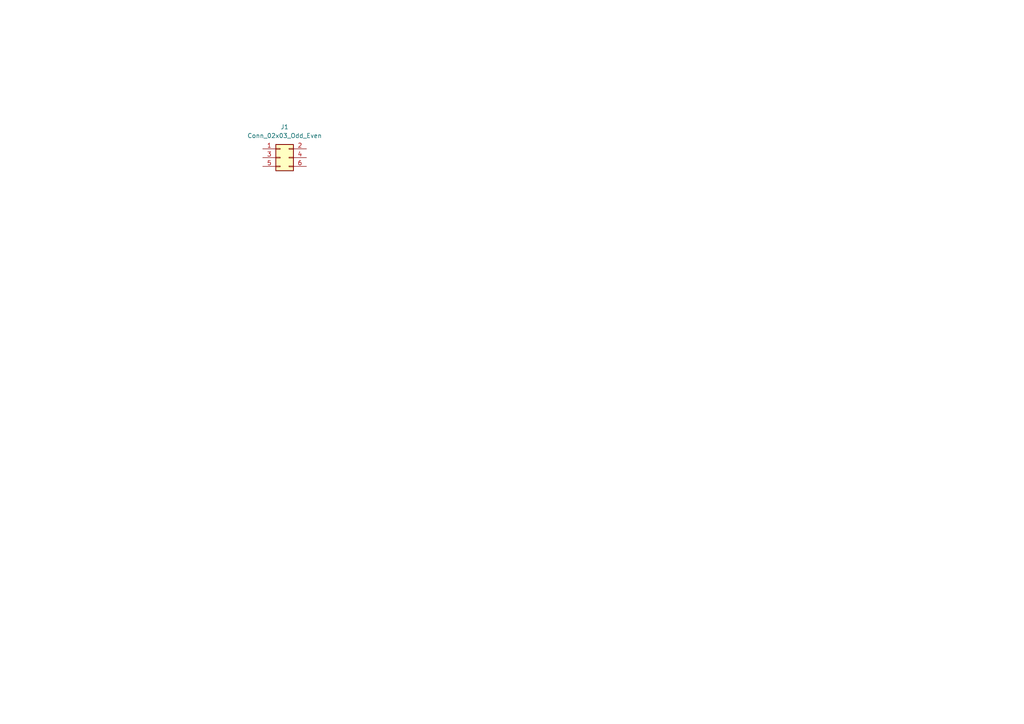
<source format=kicad_sch>
(kicad_sch (version 20231120) (generator "eeschema") (generator_version "8.0")
  (paper "A4")
  (lib_symbols
    (symbol "Connector_Generic:Conn_02x03_Odd_Even" (pin_names (offset 1.016) hide)
      (property "Reference" "J" (at 1.27 5.08 0))
      (property "Value" "Conn_02x03_Odd_Even" (at 1.27 -5.08 0))
      (symbol "Conn_02x03_Odd_Even_1_1"
        (rectangle (start -1.27 -2.413) (end 0 -2.667) (stroke (width 0.1524)))
        (rectangle (start -1.27 0.127) (end 0 -0.127) (stroke (width 0.1524)))
        (rectangle (start -1.27 2.667) (end 0 2.413) (stroke (width 0.1524)))
        (rectangle (start -1.27 3.81) (end 3.81 -3.81) (stroke (width 0.254)) (fill (type background)))
        (rectangle (start 3.81 -2.413) (end 2.54 -2.667) (stroke (width 0.1524)))
        (rectangle (start 3.81 0.127) (end 2.54 -0.127) (stroke (width 0.1524)))
        (rectangle (start 3.81 2.667) (end 2.54 2.413) (stroke (width 0.1524)))
        (pin passive line (at -5.08 2.54 0) (length 3.81) (name "Pin_1") (number "1"))
        (pin passive line (at 7.62 2.54 180) (length 3.81) (name "Pin_2") (number "2"))
        (pin passive line (at -5.08 0 0) (length 3.81) (name "Pin_3") (number "3"))
        (pin passive line (at 7.62 0 180) (length 3.81) (name "Pin_4") (number "4"))
        (pin passive line (at -5.08 -2.54 0) (length 3.81) (name "Pin_5") (number "5"))
        (pin passive line (at 7.62 -2.54 180) (length 3.81) (name "Pin_6") (number "6"))
      )
    )
  )
  (symbol (lib_id "Connector_Generic:Conn_02x03_Odd_Even") (at 81.28 45.72 0) (unit 1)
    (property "Reference" "J1" (at 82.55 36.83 0))
    (property "Value" "Conn_02x03_Odd_Even" (at 82.55 39.37 0))
    (property "Footprint" "Connector_IDC:IDC-Header_2x03_P2.54mm_Vertical" (effects (hide yes)))
    (property "Description" "Generic connector, double row, 02x03, odd/even pin numbering scheme (row 1 odd numbers, row 2 even numbers), script generated (kicad-library-utils/schlib/autogen/connector/)" (effects (hide yes)))
  )
)
</source>
